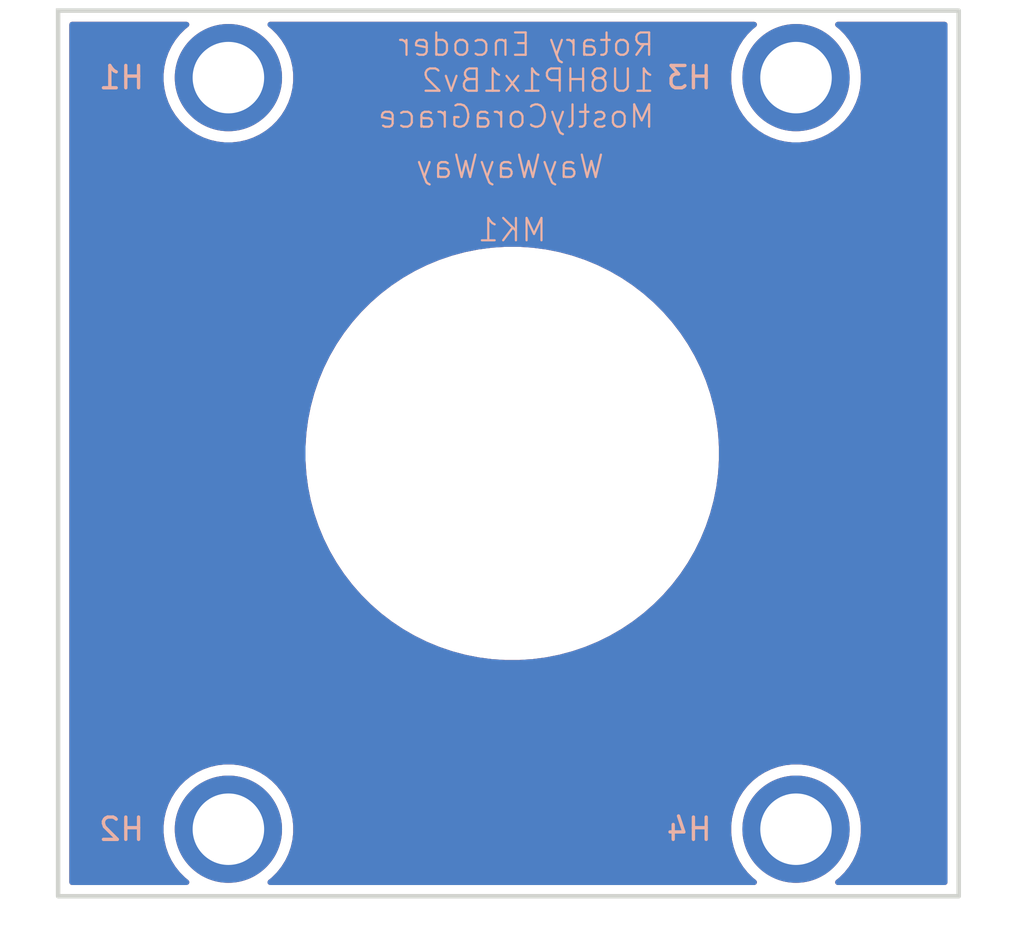
<source format=kicad_pcb>
(kicad_pcb (version 20241229) (generator "pcbnew") (generator_version "9.0")
  (layers (0 "F.Cu" signal) (2 "B.Cu" signal) (13 "F.Paste" user) (15 "B.Paste" user) (5 "F.SilkS" user "F.Silkscreen") (7 "B.SilkS" user "B.Silkscreen") (1 "F.Mask" user) (3 "B.Mask" user) (25 "Edge.Cuts" user))
  (net 0 "")
  (footprint "EXC:Knob_Medium_T18" (layer "F.Cu") (at 20.32 22.25)
    (property "Reference" "MK1" (at 0 -10 0) (layer "B.SilkS") (effects (font (thickness 0.1)) (justify mirror)))
    (property "Value" "T18 Medium Knob")
    (pad "" np_thru_hole circle (at 0 0) (size 18 18) (drill 18) (layers "*.Cu" "*.Mask"))
  )
  (footprint "EXC:MountingHole_3.2mm_M3" (layer "F.Cu") (at 33.02 5.425)
    (property "Reference" "H3" (at -3.683 0 0) (layer "B.SilkS") (effects (justify left mirror)))
    (property "Value" "Eurorack_M3_MountingHole")
    (pad "" thru_hole circle (at 0 0) (size 4.8 4.8) (drill 3.2) (layers "*.Cu" "*.Mask"))
  )
  (footprint "EXC:MountingHole_3.2mm_M3" (layer "F.Cu") (at 7.62 5.425)
    (property "Reference" "H1" (at -3.683 0 0) (layer "B.SilkS") (effects (justify left mirror)))
    (property "Value" "Eurorack_M3_MountingHole")
    (pad "" thru_hole circle (at 0 0) (size 4.8 4.8) (drill 3.2) (layers "*.Cu" "*.Mask"))
  )
  (footprint "EXC:MountingHole_3.2mm_M3" (layer "F.Cu") (at 33.02 39.075)
    (property "Reference" "H4" (at -3.683 0 0) (layer "B.SilkS") (effects (justify left mirror)))
    (property "Value" "Eurorack_M3_MountingHole")
    (pad "" thru_hole circle (at 0 0) (size 4.8 4.8) (drill 3.2) (layers "*.Cu" "*.Mask"))
  )
  (footprint "EXC:MountingHole_3.2mm_M3" (layer "F.Cu") (at 7.62 39.075)
    (property "Reference" "H2" (at -3.683 0 0) (layer "B.SilkS") (effects (justify left mirror)))
    (property "Value" "Eurorack_M3_MountingHole")
    (pad "" thru_hole circle (at 0 0) (size 4.8 4.8) (drill 3.2) (layers "*.Cu" "*.Mask"))
  )
  (gr_rect (start 0 2.425) (end 40.3 42.075) (stroke (width 0.2)) (fill no) (layer "Edge.Cuts"))
  (gr_text "WayWayWay" (at 24.5 10 0) (layer "B.SilkS") (effects (font (size 1 1) (thickness 0.1)) (justify left bottom mirror)))
  (gr_text "Rotary Encoder\n1U8HP1x1Bv2\nMostlyCoraGrace" (at 26.75 7.75 0) (layer "B.SilkS") (effects (font (size 1 1) (thickness 0.1)) (justify left bottom mirror)))
  (zone (net 0) (net_name "") (layers "F.Cu" "B.Cu") (connect_pads (clearance 0.5)) (min_thickness 0.25) (fill yes (thermal_gap 0.5) (thermal_bridge_width 0.5) (island_removal_mode 1) (island_area_min 10))
    (polygon (pts (xy 0 2.425) (xy 40.3 2.425) (xy 40.3 42.075) (xy 0 42.075)))
  )
)
</source>
